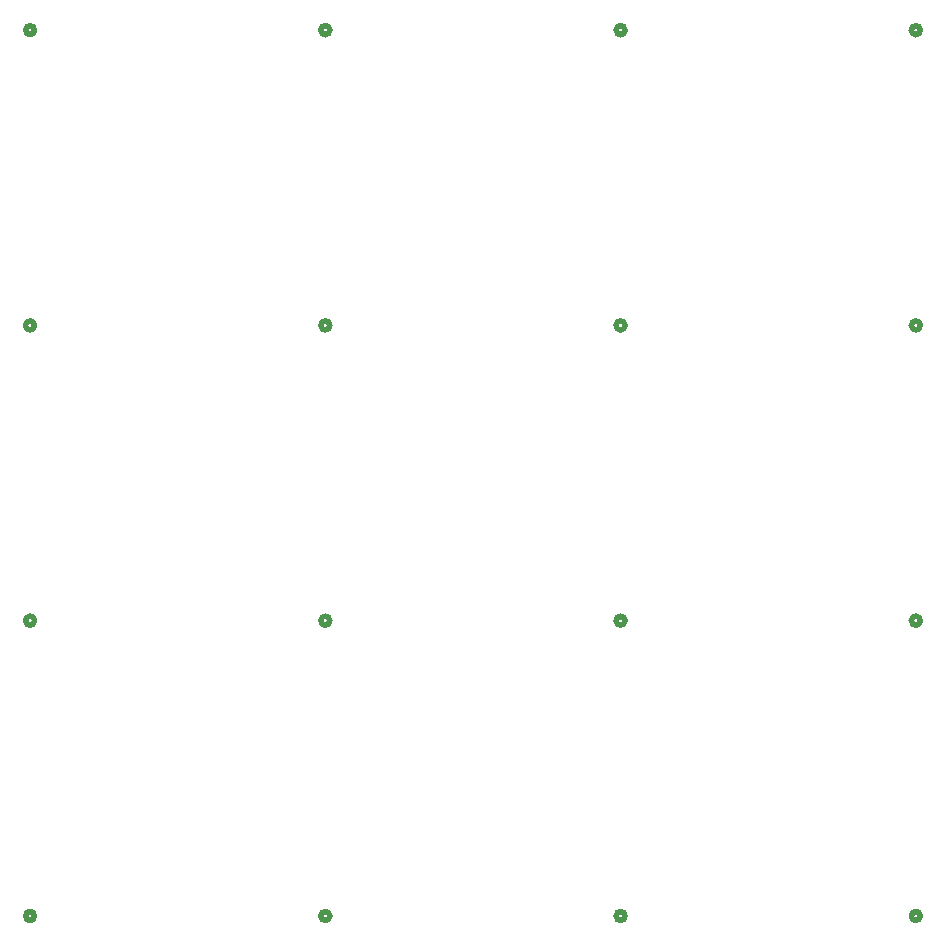
<source format=gbo>
G04 Layer: BottomSilkscreenLayer*
G04 EasyEDA v6.5.1, 2022-06-14 18:14:27*
G04 a67cddfb3fce44daa9051d46cbbcc19f,10*
G04 Gerber Generator version 0.2*
G04 Scale: 100 percent, Rotated: No, Reflected: No *
G04 Dimensions in millimeters *
G04 leading zeros omitted , absolute positions ,4 integer and 5 decimal *
%FSLAX45Y45*%
%MOMM*%

%ADD21C,0.5080*%

%LPD*%
D21*
G75*
G01*
X453901Y9000000D02*
G02*
X377701Y9000000I-38100J0D01*
G75*
G01*
X377701Y9000000D02*
G02*
X453901Y9000000I38100J0D01*
G75*
G01*
X2953901Y9000000D02*
G02*
X2877701Y9000000I-38100J0D01*
G75*
G01*
X2877701Y9000000D02*
G02*
X2953901Y9000000I38100J0D01*
G75*
G01*
X5453901Y9000000D02*
G02*
X5377701Y9000000I-38100J0D01*
G75*
G01*
X5377701Y9000000D02*
G02*
X5453901Y9000000I38100J0D01*
G75*
G01*
X7953901Y9000000D02*
G02*
X7877701Y9000000I-38100J0D01*
G75*
G01*
X7877701Y9000000D02*
G02*
X7953901Y9000000I38100J0D01*
G75*
G01*
X453901Y6500000D02*
G02*
X377701Y6500000I-38100J0D01*
G75*
G01*
X377701Y6500000D02*
G02*
X453901Y6500000I38100J0D01*
G75*
G01*
X2953901Y6500000D02*
G02*
X2877701Y6500000I-38100J0D01*
G75*
G01*
X2877701Y6500000D02*
G02*
X2953901Y6500000I38100J0D01*
G75*
G01*
X5453901Y6500000D02*
G02*
X5377701Y6500000I-38100J0D01*
G75*
G01*
X5377701Y6500000D02*
G02*
X5453901Y6500000I38100J0D01*
G75*
G01*
X7953901Y6500000D02*
G02*
X7877701Y6500000I-38100J0D01*
G75*
G01*
X7877701Y6500000D02*
G02*
X7953901Y6500000I38100J0D01*
G75*
G01*
X453901Y4000000D02*
G02*
X377701Y4000000I-38100J0D01*
G75*
G01*
X377701Y4000000D02*
G02*
X453901Y4000000I38100J0D01*
G75*
G01*
X2953901Y4000000D02*
G02*
X2877701Y4000000I-38100J0D01*
G75*
G01*
X2877701Y4000000D02*
G02*
X2953901Y4000000I38100J0D01*
G75*
G01*
X5453901Y4000000D02*
G02*
X5377701Y4000000I-38100J0D01*
G75*
G01*
X5377701Y4000000D02*
G02*
X5453901Y4000000I38100J0D01*
G75*
G01*
X7953901Y4000000D02*
G02*
X7877701Y4000000I-38100J0D01*
G75*
G01*
X7877701Y4000000D02*
G02*
X7953901Y4000000I38100J0D01*
G75*
G01*
X453901Y1500000D02*
G02*
X377701Y1500000I-38100J0D01*
G75*
G01*
X377701Y1500000D02*
G02*
X453901Y1500000I38100J0D01*
G75*
G01*
X2953901Y1500000D02*
G02*
X2877701Y1500000I-38100J0D01*
G75*
G01*
X2877701Y1500000D02*
G02*
X2953901Y1500000I38100J0D01*
G75*
G01*
X5453901Y1500000D02*
G02*
X5377701Y1500000I-38100J0D01*
G75*
G01*
X5377701Y1500000D02*
G02*
X5453901Y1500000I38100J0D01*
G75*
G01*
X7953901Y1500000D02*
G02*
X7877701Y1500000I-38100J0D01*
G75*
G01*
X7877701Y1500000D02*
G02*
X7953901Y1500000I38100J0D01*
M02*

</source>
